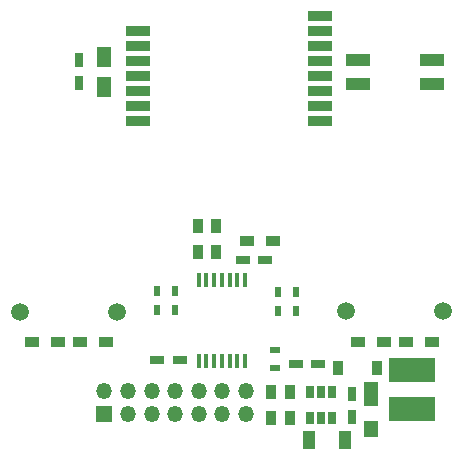
<source format=gts>
G04 #@! TF.GenerationSoftware,KiCad,Pcbnew,no-vcs-found-e0b9a21~60~ubuntu15.04.1*
G04 #@! TF.CreationDate,2017-10-17T01:10:57+03:00*
G04 #@! TF.ProjectId,livolo_2_channels_1way_eu_switch,6C69766F6C6F5F325F6368616E6E656C,rev?*
G04 #@! TF.SameCoordinates,Original*
G04 #@! TF.FileFunction,Soldermask,Top*
G04 #@! TF.FilePolarity,Negative*
%FSLAX46Y46*%
G04 Gerber Fmt 4.6, Leading zero omitted, Abs format (unit mm)*
G04 Created by KiCad (PCBNEW no-vcs-found-e0b9a21~60~ubuntu15.04.1) date Tue Oct 17 01:10:57 2017*
%MOMM*%
%LPD*%
G01*
G04 APERTURE LIST*
%ADD10R,2.000000X0.812800*%
%ADD11R,0.500000X0.900000*%
%ADD12R,2.000000X1.000000*%
%ADD13R,4.000000X2.000000*%
%ADD14R,1.200000X2.000000*%
%ADD15R,1.200000X1.400000*%
%ADD16R,0.900000X1.200000*%
%ADD17R,0.650000X1.060000*%
%ADD18C,1.500000*%
%ADD19R,1.200000X0.750000*%
%ADD20R,0.750000X1.200000*%
%ADD21R,1.200000X0.900000*%
%ADD22R,0.900000X0.500000*%
%ADD23O,1.350000X1.350000*%
%ADD24R,1.350000X1.350000*%
%ADD25R,1.260000X1.750000*%
%ADD26R,1.000000X1.600000*%
%ADD27R,0.400000X1.200000*%
G04 APERTURE END LIST*
D10*
X134500000Y-84710000D03*
X149946000Y-84710000D03*
X134500000Y-83440000D03*
X149946000Y-83440000D03*
X134500000Y-82170000D03*
X149946000Y-82170000D03*
X134500000Y-80900000D03*
X149946000Y-80900000D03*
X134500000Y-79630000D03*
X149946000Y-79630000D03*
X134500000Y-78360000D03*
X149946000Y-78360000D03*
X134500000Y-77090000D03*
X149946000Y-77090000D03*
X149946000Y-75820000D03*
D11*
X146350000Y-100800000D03*
X147850000Y-100800000D03*
X146350000Y-99200000D03*
X147850000Y-99200000D03*
X136100000Y-100700000D03*
X137600000Y-100700000D03*
X136100000Y-99100000D03*
X137600000Y-99100000D03*
D12*
X159400000Y-81600000D03*
X153150000Y-81600000D03*
X159400000Y-79600000D03*
X153150000Y-79600000D03*
D13*
X157700000Y-105850000D03*
X157700000Y-109100000D03*
D14*
X154200000Y-107800000D03*
D15*
X154200000Y-110800000D03*
D16*
X145800000Y-107700000D03*
X145800000Y-109900000D03*
D17*
X150000000Y-109900000D03*
X150950000Y-109900000D03*
X149050000Y-109900000D03*
X149050000Y-107700000D03*
X150000000Y-107700000D03*
X150950000Y-107700000D03*
D18*
X152100000Y-100850000D03*
X160300000Y-100850000D03*
X132700000Y-100900000D03*
X124500000Y-100900000D03*
D19*
X147850000Y-105300000D03*
X149750000Y-105300000D03*
D20*
X152600000Y-109750000D03*
X152600000Y-107850000D03*
D16*
X154750000Y-105600000D03*
X151450000Y-105600000D03*
X147400000Y-109900000D03*
X147400000Y-107700000D03*
D21*
X155300000Y-103400000D03*
X153100000Y-103400000D03*
X157200000Y-103400000D03*
X159400000Y-103400000D03*
X129600000Y-103400000D03*
X131800000Y-103400000D03*
X127700000Y-103400000D03*
X125500000Y-103400000D03*
D22*
X146100000Y-104150000D03*
X146100000Y-105650000D03*
D23*
X143650000Y-107550000D03*
X143650000Y-109550000D03*
X141650000Y-107550000D03*
X141650000Y-109550000D03*
X139650000Y-107550000D03*
X139650000Y-109550000D03*
X137650000Y-107550000D03*
X137650000Y-109550000D03*
X135650000Y-107550000D03*
X135650000Y-109550000D03*
X133650000Y-107550000D03*
X133650000Y-109550000D03*
X131650000Y-107550000D03*
D24*
X131650000Y-109550000D03*
D25*
X131600000Y-81875000D03*
X131600000Y-79325000D03*
D20*
X129500000Y-79600000D03*
X129500000Y-81500000D03*
D26*
X152000000Y-111700000D03*
X149000000Y-111700000D03*
D19*
X136150000Y-105000000D03*
X138050000Y-105000000D03*
X145250000Y-96500000D03*
X143350000Y-96500000D03*
D16*
X139600000Y-93600000D03*
X139600000Y-95800000D03*
D21*
X145900000Y-94900000D03*
X143700000Y-94900000D03*
D16*
X141100000Y-95800000D03*
X141100000Y-93600000D03*
D27*
X139650000Y-98150000D03*
X140300000Y-98150000D03*
X140950000Y-98150000D03*
X141600000Y-98150000D03*
X142250000Y-98150000D03*
X142900000Y-98150000D03*
X143550000Y-98150000D03*
X143550000Y-105050000D03*
X142900000Y-105050000D03*
X142250000Y-105050000D03*
X141600000Y-105050000D03*
X140950000Y-105050000D03*
X140300000Y-105050000D03*
X139650000Y-105050000D03*
M02*

</source>
